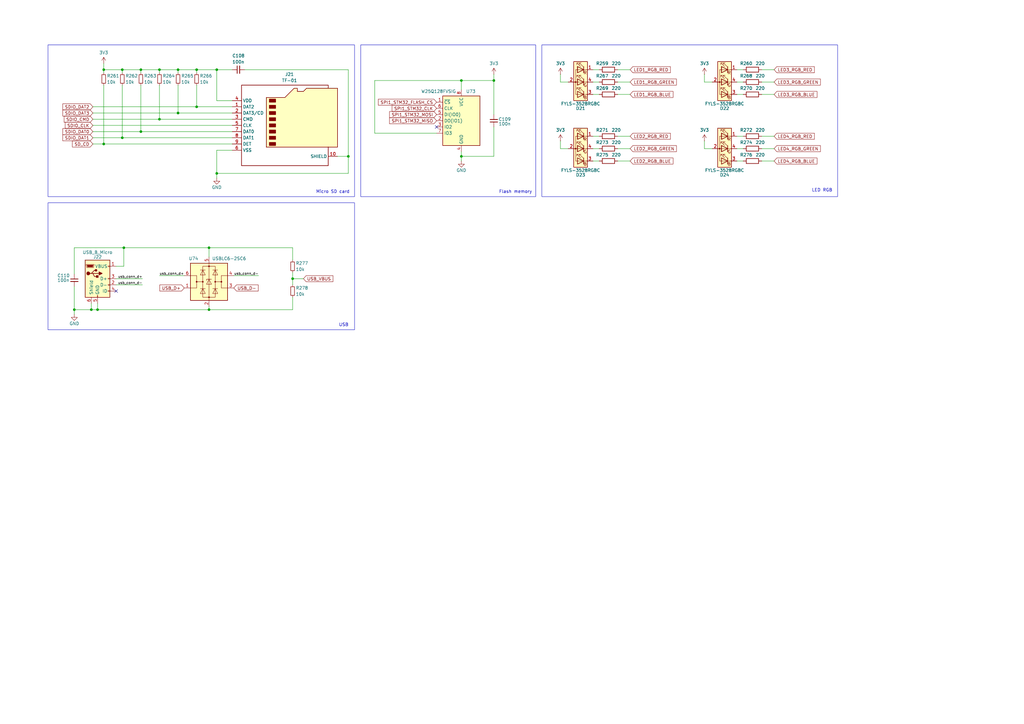
<source format=kicad_sch>
(kicad_sch (version 20231120) (generator "eeschema") (generator_version "8.0")
  (paper "A3")
  (lib_symbols
    (symbol "Connector:Micro_SD_Card_Det1"
      (property "Reference" "J1" (at 0.635 20.32 0))
      (property "Value" "Micro_SD_Card_Con" (at 0.635 17.78 0))
      (symbol "Micro_SD_Card_Det1_0_1"
        (rectangle (start -7.62 -6.985) (end -5.08 -8.255) (stroke (width 0.254)) (fill (type outline)))
        (rectangle (start -7.62 -4.445) (end -5.08 -5.715) (stroke (width 0.254)) (fill (type outline)))
        (rectangle (start -7.62 -1.905) (end -5.08 -3.175) (stroke (width 0.254)) (fill (type outline)))
        (rectangle (start -7.62 0.635) (end -5.08 -0.635) (stroke (width 0.254)) (fill (type outline)))
        (rectangle (start -7.62 3.175) (end -5.08 1.905) (stroke (width 0.254)) (fill (type outline)))
        (rectangle (start -7.62 5.715) (end -5.08 4.445) (stroke (width 0.254)) (fill (type outline)))
        (rectangle (start -7.62 8.255) (end -5.08 6.985) (stroke (width 0.254)) (fill (type outline)))
        (rectangle (start -7.62 10.795) (end -5.08 9.525) (stroke (width 0.254)) (fill (type outline)))
        (polyline (pts (xy 16.51 15.24) (xy 16.51 16.51) (xy -19.05 16.51) (xy -19.05 -16.51) (xy 16.51 -16.51) (xy 16.51 -8.89)) (stroke (width 0.254)))
        (polyline (pts (xy -8.89 -8.89) (xy -8.89 11.43) (xy -1.27 11.43) (xy 2.54 15.24) (xy 3.81 15.24) (xy 3.81 13.97) (xy 6.35 13.97) (xy 7.62 15.24) (xy 20.32 15.24) (xy 20.32 -8.89) (xy -8.89 -8.89)) (stroke (width 0.254)) (fill (type background)))
      )
      (symbol "Micro_SD_Card_Det1_1_1"
        (pin bidirectional line (at -22.86 7.62 0) (length 3.81) (name "DAT2") (number "1"))
        (pin passive line (at 20.32 -12.7 180) (length 3.81) (name "SHIELD") (number "10"))
        (pin bidirectional line (at -22.86 5.08 0) (length 3.81) (name "DAT3/CD") (number "2"))
        (pin input line (at -22.86 2.54 0) (length 3.81) (name "CMD") (number "3"))
        (pin power_in line (at -22.86 10.16 0) (length 3.81) (name "VDD") (number "4"))
        (pin input line (at -22.86 0 0) (length 3.81) (name "CLK") (number "5"))
        (pin power_in line (at -22.86 -10.16 0) (length 3.81) (name "VSS") (number "6"))
        (pin bidirectional line (at -22.86 -2.54 0) (length 3.81) (name "DAT0") (number "7"))
        (pin bidirectional line (at -22.86 -5.08 0) (length 3.81) (name "DAT1") (number "8"))
        (pin passive line (at -22.86 -7.62 0) (length 3.81) (name "DET") (number "9"))
      )
    )
    (symbol "Connector:USB_B_Micro" (pin_names (offset 1.016))
      (property "Reference" "J" (at -5.08 11.43 0))
      (property "Value" "USB_B_Micro" (at -5.08 8.89 0))
      (symbol "USB_B_Micro_0_1"
        (rectangle (start -5.08 -7.62) (end 5.08 7.62) (stroke (width 0.254)) (fill (type background)))
        (circle (center -3.81 2.159) (radius 0.635) (stroke (width 0.254)) (fill (type outline)))
        (circle (center -0.635 3.429) (radius 0.381) (stroke (width 0.254)) (fill (type outline)))
        (rectangle (start -0.127 -7.62) (end 0.127 -6.858))
        (polyline (pts (xy -1.905 2.159) (xy 0.635 2.159)) (stroke (width 0.254)))
        (polyline (pts (xy -3.175 2.159) (xy -2.54 2.159) (xy -1.27 3.429) (xy -0.635 3.429)) (stroke (width 0.254)))
        (polyline (pts (xy -2.54 2.159) (xy -1.905 2.159) (xy -1.27 0.889) (xy 0 0.889)) (stroke (width 0.254)))
        (polyline (pts (xy 0.635 2.794) (xy 0.635 1.524) (xy 1.905 2.159) (xy 0.635 2.794)) (stroke (width 0.254)) (fill (type outline)))
        (polyline (pts (xy -4.318 5.588) (xy -1.778 5.588) (xy -2.032 4.826) (xy -4.064 4.826) (xy -4.318 5.588)) (fill (type outline)))
        (polyline (pts (xy -4.699 5.842) (xy -4.699 5.588) (xy -4.445 4.826) (xy -4.445 4.572) (xy -1.651 4.572) (xy -1.651 4.826) (xy -1.397 5.588) (xy -1.397 5.842) (xy -4.699 5.842)))
        (rectangle (start 0.254 1.27) (end -0.508 0.508) (stroke (width 0.254)) (fill (type outline)))
        (rectangle (start 5.08 -5.207) (end 4.318 -4.953))
        (rectangle (start 5.08 -2.667) (end 4.318 -2.413))
        (rectangle (start 5.08 -0.127) (end 4.318 0.127))
        (rectangle (start 5.08 4.953) (end 4.318 5.207))
      )
      (symbol "USB_B_Micro_1_1"
        (pin power_out line (at 7.62 5.08 180) (length 2.54) (name "VBUS") (number "1"))
        (pin bidirectional line (at 7.62 -2.54 180) (length 2.54) (name "D-") (number "2"))
        (pin bidirectional line (at 7.62 0 180) (length 2.54) (name "D+") (number "3"))
        (pin passive line (at 7.62 -5.08 180) (length 2.54) (name "ID") (number "4"))
        (pin power_out line (at 0 -10.16 90) (length 2.54) (name "GND") (number "5"))
        (pin passive line (at -2.54 -10.16 90) (length 2.54) (name "Shield") (number "6"))
      )
    )
    (symbol "Device:C_Small" (pin_numbers hide) (pin_names (offset 0.254) hide)
      (property "Reference" "C" (at 0.254 1.778 0))
      (property "Value" "C_Small" (at 0.254 -2.032 0))
      (symbol "C_Small_0_1"
        (polyline (pts (xy -1.524 -0.508) (xy 1.524 -0.508)) (stroke (width 0.3302)))
        (polyline (pts (xy -1.524 0.508) (xy 1.524 0.508)) (stroke (width 0.3048)))
      )
      (symbol "C_Small_1_1"
        (pin passive line (at 0 2.54 270) (length 2.032) (name "~") (number "1"))
        (pin passive line (at 0 -2.54 90) (length 2.032) (name "~") (number "2"))
      )
    )
    (symbol "Device:LED_RGBA" (pin_names (offset 0) hide)
      (property "Reference" "D1" (at 0 -10.795 0))
      (property "Value" "LED_RGBA" (at 0 -8.89 0))
      (symbol "LED_RGBA_0_0"
        (text "B" (at -1.905 -6.35 0) (effects (font (size 1.27 1.27))))
        (text "G" (at -1.905 -1.27 0) (effects (font (size 1.27 1.27))))
        (text "R" (at -1.905 3.81 0) (effects (font (size 1.27 1.27))))
      )
      (symbol "LED_RGBA_0_1"
        (polyline (pts (xy -1.27 -5.08) (xy -2.54 -5.08)))
        (polyline (pts (xy -1.27 -5.08) (xy 1.27 -5.08)))
        (polyline (pts (xy -1.27 -3.81) (xy -1.27 -6.35)) (stroke (width 0.254)))
        (polyline (pts (xy -1.27 0) (xy -2.54 0)))
        (polyline (pts (xy -1.27 1.27) (xy -1.27 -1.27)) (stroke (width 0.254)))
        (polyline (pts (xy -1.27 5.08) (xy -2.54 5.08)))
        (polyline (pts (xy -1.27 5.08) (xy 1.27 5.08)))
        (polyline (pts (xy -1.27 6.35) (xy -1.27 3.81)) (stroke (width 0.254)))
        (polyline (pts (xy 1.27 0) (xy -1.27 0)))
        (polyline (pts (xy 1.27 0) (xy 2.54 0)))
        (polyline (pts (xy -1.27 1.27) (xy -1.27 -1.27) (xy -1.27 -1.27)))
        (polyline (pts (xy -1.27 6.35) (xy -1.27 3.81) (xy -1.27 3.81)))
        (polyline (pts (xy 1.27 -5.08) (xy 2.032 -5.08) (xy 2.032 5.08) (xy 1.27 5.08)))
        (polyline (pts (xy 1.27 -3.81) (xy 1.27 -6.35) (xy -1.27 -5.08) (xy 1.27 -3.81)) (stroke (width 0.254)))
        (polyline (pts (xy 1.27 1.27) (xy 1.27 -1.27) (xy -1.27 0) (xy 1.27 1.27)) (stroke (width 0.254)))
        (polyline (pts (xy 1.27 6.35) (xy 1.27 3.81) (xy -1.27 5.08) (xy 1.27 6.35)) (stroke (width 0.254)))
        (polyline (pts (xy -1.016 -3.81) (xy 0.508 -2.286) (xy -0.254 -2.286) (xy 0.508 -2.286) (xy 0.508 -3.048)))
        (polyline (pts (xy -1.016 1.27) (xy 0.508 2.794) (xy -0.254 2.794) (xy 0.508 2.794) (xy 0.508 2.032)))
        (polyline (pts (xy -1.016 6.35) (xy 0.508 7.874) (xy -0.254 7.874) (xy 0.508 7.874) (xy 0.508 7.112)))
        (polyline (pts (xy 0 -3.81) (xy 1.524 -2.286) (xy 0.762 -2.286) (xy 1.524 -2.286) (xy 1.524 -3.048)))
        (polyline (pts (xy 0 1.27) (xy 1.524 2.794) (xy 0.762 2.794) (xy 1.524 2.794) (xy 1.524 2.032)))
        (polyline (pts (xy 0 6.35) (xy 1.524 7.874) (xy 0.762 7.874) (xy 1.524 7.874) (xy 1.524 7.112)))
        (rectangle (start 1.27 -1.27) (end 1.27 1.27))
        (rectangle (start 1.27 1.27) (end 1.27 1.27))
        (rectangle (start 1.27 3.81) (end 1.27 6.35))
        (rectangle (start 1.27 6.35) (end 1.27 6.35))
        (circle (center 2.032 0) (radius 0.254) (fill (type outline)))
        (rectangle (start 2.794 8.382) (end -2.794 -7.62) (stroke (width 0.254)) (fill (type background)))
      )
      (symbol "LED_RGBA_1_1"
        (pin passive line (at -5.08 5.08 0) (length 2.54) (name "RK") (number "1"))
        (pin passive line (at 5.08 0 180) (length 2.54) (name "A") (number "2"))
        (pin passive line (at -5.08 -5.08 0) (length 2.54) (name "BK") (number "3"))
        (pin passive line (at -5.08 0 0) (length 2.54) (name "GK") (number "4"))
      )
    )
    (symbol "Device:R" (pin_numbers hide) (pin_names (offset 0))
      (property "Reference" "R" (at 2.032 0 90))
      (property "Value" "R" (at 0 0 90))
      (symbol "R_0_1"
        (rectangle (start -1.016 -2.54) (end 1.016 2.54) (stroke (width 0.254)))
      )
      (symbol "R_1_1"
        (pin passive line (at 0 3.81 270) (length 1.27) (name "~") (number "1"))
        (pin passive line (at 0 -3.81 90) (length 1.27) (name "~") (number "2"))
      )
    )
    (symbol "Device:R_Small" (pin_numbers hide) (pin_names (offset 0.254) hide)
      (property "Reference" "R" (at 0.762 0.508 0))
      (property "Value" "R_Small" (at 0.762 -1.016 0))
      (symbol "R_Small_0_1"
        (rectangle (start -0.762 1.778) (end 0.762 -1.778) (stroke (width 0.2032)))
      )
      (symbol "R_Small_1_1"
        (pin passive line (at 0 2.54 270) (length 0.762) (name "~") (number "1"))
        (pin passive line (at 0 -2.54 90) (length 0.762) (name "~") (number "2"))
      )
    )
    (symbol "GND_2" (power) (pin_numbers hide) (pin_names (offset 0) hide)
      (property "Value" "GND" (at 0 -3.81 0))
      (symbol "GND_2_0_1"
        (polyline (pts (xy 0 0) (xy 0 -1.27) (xy 1.27 -1.27) (xy 0 -2.54) (xy -1.27 -1.27) (xy 0 -1.27)))
      )
      (symbol "GND_2_1_1"
        (pin power_in line (at 0 0 270) (length 0) (name "~") (number "1"))
      )
    )
    (symbol "LED_RGBA_1" (pin_names (offset 0) hide)
      (property "Reference" "D8" (at 0 -10.795 0))
      (property "Value" "LED_RGBA" (at 0 -8.89 0))
      (symbol "LED_RGBA_1_0_0"
        (text "B" (at -1.905 -6.35 0) (effects (font (size 1.27 1.27))))
        (text "G" (at -1.905 -1.27 0) (effects (font (size 1.27 1.27))))
        (text "R" (at -1.905 3.81 0) (effects (font (size 1.27 1.27))))
      )
      (symbol "LED_RGBA_1_0_1"
        (polyline (pts (xy -1.27 -5.08) (xy -2.54 -5.08)))
        (polyline (pts (xy -1.27 -5.08) (xy 1.27 -5.08)))
        (polyline (pts (xy -1.27 -3.81) (xy -1.27 -6.35)) (stroke (width 0.254)))
        (polyline (pts (xy -1.27 0) (xy -2.54 0)))
        (polyline (pts (xy -1.27 1.27) (xy -1.27 -1.27)) (stroke (width 0.254)))
        (polyline (pts (xy -1.27 5.08) (xy -2.54 5.08)))
        (polyline (pts (xy -1.27 5.08) (xy 1.27 5.08)))
        (polyline (pts (xy -1.27 6.35) (xy -1.27 3.81)) (stroke (width 0.254)))
        (polyline (pts (xy 1.27 0) (xy -1.27 0)))
        (polyline (pts (xy 1.27 0) (xy 2.54 0)))
        (polyline (pts (xy -1.27 1.27) (xy -1.27 -1.27) (xy -1.27 -1.27)))
        (polyline (pts (xy -1.27 6.35) (xy -1.27 3.81) (xy -1.27 3.81)))
        (polyline (pts (xy 1.27 -5.08) (xy 2.032 -5.08) (xy 2.032 5.08) (xy 1.27 5.08)))
        (polyline (pts (xy 1.27 -3.81) (xy 1.27 -6.35) (xy -1.27 -5.08) (xy 1.27 -3.81)) (stroke (width 0.254)))
        (polyline (pts (xy 1.27 1.27) (xy 1.27 -1.27) (xy -1.27 0) (xy 1.27 1.27)) (stroke (width 0.254)))
        (polyline (pts (xy 1.27 6.35) (xy 1.27 3.81) (xy -1.27 5.08) (xy 1.27 6.35)) (stroke (width 0.254)))
        (polyline (pts (xy -1.016 -3.81) (xy 0.508 -2.286) (xy -0.254 -2.286) (xy 0.508 -2.286) (xy 0.508 -3.048)))
        (polyline (pts (xy -1.016 1.27) (xy 0.508 2.794) (xy -0.254 2.794) (xy 0.508 2.794) (xy 0.508 2.032)))
        (polyline (pts (xy -1.016 6.35) (xy 0.508 7.874) (xy -0.254 7.874) (xy 0.508 7.874) (xy 0.508 7.112)))
        (polyline (pts (xy 0 -3.81) (xy 1.524 -2.286) (xy 0.762 -2.286) (xy 1.524 -2.286) (xy 1.524 -3.048)))
        (polyline (pts (xy 0 1.27) (xy 1.524 2.794) (xy 0.762 2.794) (xy 1.524 2.794) (xy 1.524 2.032)))
        (polyline (pts (xy 0 6.35) (xy 1.524 7.874) (xy 0.762 7.874) (xy 1.524 7.874) (xy 1.524 7.112)))
        (rectangle (start 1.27 -1.27) (end 1.27 1.27))
        (rectangle (start 1.27 1.27) (end 1.27 1.27))
        (rectangle (start 1.27 3.81) (end 1.27 6.35))
        (rectangle (start 1.27 6.35) (end 1.27 6.35))
        (circle (center 2.032 0) (radius 0.254) (fill (type outline)))
        (rectangle (start 2.794 8.382) (end -2.794 -7.62) (stroke (width 0.254)) (fill (type background)))
      )
      (symbol "LED_RGBA_1_1_1"
        (pin passive line (at -5.08 5.08 0) (length 2.54) (name "RK") (number "1"))
        (pin passive line (at 5.08 0 180) (length 2.54) (name "A") (number "2"))
        (pin passive line (at -5.08 -5.08 0) (length 2.54) (name "BK") (number "3"))
        (pin passive line (at -5.08 0 0) (length 2.54) (name "GK") (number "4"))
      )
    )
    (symbol "Memory_Flash:W25Q32JVSS"
      (property "Reference" "U" (at -6.35 11.43 0))
      (property "Value" "W25Q32JVSS" (at 7.62 11.43 0))
      (symbol "W25Q32JVSS_0_1"
        (rectangle (start -7.62 10.16) (end 7.62 -10.16) (stroke (width 0.254)) (fill (type background)))
      )
      (symbol "W25Q32JVSS_1_1"
        (pin input line (at -10.16 7.62 0) (length 2.54) (name "~{CS}") (number "1"))
        (pin bidirectional line (at -10.16 0 0) (length 2.54) (name "DO(IO1)") (number "2"))
        (pin bidirectional line (at -10.16 -2.54 0) (length 2.54) (name "IO2") (number "3"))
        (pin power_in line (at 0 -12.7 90) (length 2.54) (name "GND") (number "4"))
        (pin bidirectional line (at -10.16 2.54 0) (length 2.54) (name "DI(IO0)") (number "5"))
        (pin input line (at -10.16 5.08 0) (length 2.54) (name "CLK") (number "6"))
        (pin bidirectional line (at -10.16 -5.08 0) (length 2.54) (name "IO3") (number "7"))
        (pin power_in line (at 0 12.7 270) (length 2.54) (name "VCC") (number "8"))
      )
    )
    (symbol "Power_Protection:USBLC6-2SC6" (pin_names hide)
      (property "Reference" "U" (at 2.54 8.89 0))
      (property "Value" "USBLC6-2SC6" (at 2.54 -8.89 0))
      (symbol "USBLC6-2SC6_0_1"
        (rectangle (start -7.62 -7.62) (end 7.62 7.62) (stroke (width 0.254)) (fill (type background)))
        (circle (center -5.08 0) (radius 0.254) (fill (type outline)))
        (circle (center -2.54 0) (radius 0.254) (fill (type outline)))
        (rectangle (start -2.54 6.35) (end 2.54 -6.35))
        (circle (center 0 -6.35) (radius 0.254) (fill (type outline)))
        (polyline (pts (xy -5.08 -2.54) (xy -7.62 -2.54)))
        (polyline (pts (xy -5.08 0) (xy -5.08 -2.54)))
        (polyline (pts (xy -5.08 2.54) (xy -7.62 2.54)))
        (polyline (pts (xy -1.524 -2.794) (xy -3.556 -2.794)))
        (polyline (pts (xy -1.524 4.826) (xy -3.556 4.826)))
        (polyline (pts (xy 0 -7.62) (xy 0 -6.35)))
        (polyline (pts (xy 0 -6.35) (xy 0 1.27)))
        (polyline (pts (xy 0 1.27) (xy 0 6.35)))
        (polyline (pts (xy 0 6.35) (xy 0 7.62)))
        (polyline (pts (xy 1.524 -2.794) (xy 3.556 -2.794)))
        (polyline (pts (xy 1.524 4.826) (xy 3.556 4.826)))
        (polyline (pts (xy 5.08 -2.54) (xy 7.62 -2.54)))
        (polyline (pts (xy 5.08 0) (xy 5.08 -2.54)))
        (polyline (pts (xy 5.08 2.54) (xy 7.62 2.54)))
        (polyline (pts (xy -2.54 0) (xy -5.08 0) (xy -5.08 2.54)))
        (polyline (pts (xy 2.54 0) (xy 5.08 0) (xy 5.08 2.54)))
        (polyline (pts (xy -3.556 -4.826) (xy -1.524 -4.826) (xy -2.54 -2.794) (xy -3.556 -4.826)))
        (polyline (pts (xy -3.556 2.794) (xy -1.524 2.794) (xy -2.54 4.826) (xy -3.556 2.794)))
        (polyline (pts (xy -1.016 -1.016) (xy 1.016 -1.016) (xy 0 1.016) (xy -1.016 -1.016)))
        (polyline (pts (xy 1.016 1.016) (xy 0.762 1.016) (xy -1.016 1.016) (xy -1.016 0.508)))
        (polyline (pts (xy 3.556 -4.826) (xy 1.524 -4.826) (xy 2.54 -2.794) (xy 3.556 -4.826)))
        (polyline (pts (xy 3.556 2.794) (xy 1.524 2.794) (xy 2.54 4.826) (xy 3.556 2.794)))
        (circle (center 0 6.35) (radius 0.254) (fill (type outline)))
        (circle (center 2.54 0) (radius 0.254) (fill (type outline)))
        (circle (center 5.08 0) (radius 0.254) (fill (type outline)))
      )
      (symbol "USBLC6-2SC6_1_1"
        (pin passive line (at -10.16 -2.54 0) (length 2.54) (name "I/O1") (number "1"))
        (pin passive line (at 0 -10.16 90) (length 2.54) (name "GND") (number "2"))
        (pin passive line (at 10.16 -2.54 180) (length 2.54) (name "I/O2") (number "3"))
        (pin passive line (at 10.16 2.54 180) (length 2.54) (name "I/O2") (number "4"))
        (pin passive line (at 0 10.16 270) (length 2.54) (name "VBUS") (number "5"))
        (pin passive line (at -10.16 2.54 0) (length 2.54) (name "I/O1") (number "6"))
      )
    )
    (symbol "power:+5V" (power) (pin_numbers hide) (pin_names (offset 0) hide)
      (property "Value" "+5V" (at 0 3.556 0))
      (symbol "+5V_0_1"
        (polyline (pts (xy -0.762 1.27) (xy 0 2.54)))
        (polyline (pts (xy 0 0) (xy 0 2.54)))
        (polyline (pts (xy 0 2.54) (xy 0.762 1.27)))
      )
      (symbol "+5V_1_1"
        (pin power_in line (at 0 0 90) (length 0) (name "~") (number "1"))
      )
    )
    (symbol "power:GND" (power) (pin_numbers hide) (pin_names (offset 0) hide)
      (property "Value" "GND" (at 0 -3.81 0))
      (symbol "GND_0_1"
        (polyline (pts (xy 0 0) (xy 0 -1.27) (xy 1.27 -1.27) (xy 0 -2.54) (xy -1.27 -1.27) (xy 0 -1.27)))
      )
      (symbol "GND_1_1"
        (pin power_in line (at 0 0 270) (length 0) (name "~") (number "1"))
      )
    )
  )
  (junction (at 57.785 28.575))
  (junction (at 37.465 127))
  (junction (at 50.8 101.6))
  (junction (at 42.545 28.575))
  (junction (at 80.645 43.815))
  (junction (at 120.015 114.3))
  (junction (at 189.23 33.02))
  (junction (at 73.025 28.575))
  (junction (at 85.725 127))
  (junction (at 88.9 71.12))
  (junction (at 57.785 53.975))
  (junction (at 50.165 28.575))
  (junction (at 202.565 33.02))
  (junction (at 142.875 64.135))
  (junction (at 42.545 59.055))
  (junction (at 80.645 28.575))
  (junction (at 50.165 56.515))
  (junction (at 30.48 127))
  (junction (at 65.405 48.895))
  (junction (at 40.005 127))
  (junction (at 88.9 28.575))
  (junction (at 85.725 101.6))
  (junction (at 189.23 64.135))
  (junction (at 65.405 28.575))
  (junction (at 73.025 46.355))
  (no_connect (at 179.07 52.07))
  (no_connect (at 47.625 119.38))
  (wire (pts (xy 312.42 33.655) (xy 317.5 33.655)))
  (wire (pts (xy 229.87 60.96) (xy 233.045 60.96)))
  (wire (pts (xy 312.42 66.04) (xy 317.5 66.04)))
  (wire (pts (xy 80.645 43.815) (xy 95.25 43.815)))
  (wire (pts (xy 120.015 127) (xy 85.725 127)))
  (wire (pts (xy 38.1 53.975) (xy 57.785 53.975)))
  (wire (pts (xy 253.365 38.735) (xy 258.445 38.735)))
  (wire (pts (xy 153.67 33.02) (xy 153.67 54.61)))
  (wire (pts (xy 73.025 28.575) (xy 73.025 29.845)))
  (wire (pts (xy 95.25 61.595) (xy 88.9 61.595)))
  (wire (pts (xy 73.025 34.925) (xy 73.025 46.355)))
  (wire (pts (xy 42.545 26.035) (xy 42.545 28.575)))
  (wire (pts (xy 302.26 38.735) (xy 304.8 38.735)))
  (wire (pts (xy 50.165 34.925) (xy 50.165 56.515)))
  (wire (pts (xy 202.565 52.07) (xy 202.565 64.135)))
  (wire (pts (xy 38.1 59.055) (xy 42.545 59.055)))
  (wire (pts (xy 88.9 61.595) (xy 88.9 71.12)))
  (wire (pts (xy 30.48 127) (xy 37.465 127)))
  (wire (pts (xy 80.645 28.575) (xy 80.645 29.845)))
  (wire (pts (xy 65.405 113.03) (xy 75.565 113.03)))
  (wire (pts (xy 189.23 62.23) (xy 189.23 64.135)))
  (wire (pts (xy 88.9 71.12) (xy 88.9 73.025)))
  (wire (pts (xy 288.925 60.96) (xy 292.1 60.96)))
  (wire (pts (xy 253.365 66.04) (xy 258.445 66.04)))
  (wire (pts (xy 37.465 124.46) (xy 37.465 127)))
  (wire (pts (xy 189.23 64.135) (xy 189.23 66.04)))
  (wire (pts (xy 88.9 28.575) (xy 88.9 41.275)))
  (wire (pts (xy 312.42 55.88) (xy 317.5 55.88)))
  (wire (pts (xy 120.015 114.3) (xy 124.46 114.3)))
  (wire (pts (xy 42.545 59.055) (xy 95.25 59.055)))
  (wire (pts (xy 229.87 33.655) (xy 233.045 33.655)))
  (wire (pts (xy 106.045 113.03) (xy 95.885 113.03)))
  (wire (pts (xy 120.015 101.6) (xy 85.725 101.6)))
  (wire (pts (xy 38.1 46.355) (xy 73.025 46.355)))
  (wire (pts (xy 65.405 28.575) (xy 65.405 29.845)))
  (wire (pts (xy 88.9 28.575) (xy 80.645 28.575)))
  (wire (pts (xy 50.165 56.515) (xy 95.25 56.515)))
  (wire (pts (xy 30.48 101.6) (xy 50.8 101.6)))
  (wire (pts (xy 243.205 38.735) (xy 245.745 38.735)))
  (wire (pts (xy 302.26 55.88) (xy 304.8 55.88)))
  (wire (pts (xy 47.625 114.3) (xy 58.42 114.3)))
  (wire (pts (xy 153.67 33.02) (xy 189.23 33.02)))
  (wire (pts (xy 38.1 56.515) (xy 50.165 56.515)))
  (wire (pts (xy 312.42 60.96) (xy 317.5 60.96)))
  (wire (pts (xy 50.165 28.575) (xy 50.165 29.845)))
  (wire (pts (xy 189.23 64.135) (xy 202.565 64.135)))
  (wire (pts (xy 38.1 48.895) (xy 65.405 48.895)))
  (wire (pts (xy 243.205 60.96) (xy 245.745 60.96)))
  (wire (pts (xy 312.42 38.735) (xy 317.5 38.735)))
  (wire (pts (xy 85.725 125.73) (xy 85.725 127)))
  (wire (pts (xy 88.9 28.575) (xy 95.25 28.575)))
  (wire (pts (xy 142.875 71.12) (xy 142.875 64.135)))
  (wire (pts (xy 202.565 30.48) (xy 202.565 33.02)))
  (wire (pts (xy 40.005 127) (xy 85.725 127)))
  (wire (pts (xy 288.925 33.655) (xy 288.925 30.48)))
  (wire (pts (xy 253.365 60.96) (xy 258.445 60.96)))
  (wire (pts (xy 189.23 33.02) (xy 202.565 33.02)))
  (wire (pts (xy 73.025 28.575) (xy 65.405 28.575)))
  (wire (pts (xy 202.565 33.02) (xy 202.565 46.99)))
  (wire (pts (xy 243.205 66.04) (xy 245.745 66.04)))
  (wire (pts (xy 100.33 28.575) (xy 142.875 28.575)))
  (wire (pts (xy 120.015 121.92) (xy 120.015 127)))
  (wire (pts (xy 57.785 28.575) (xy 57.785 29.845)))
  (wire (pts (xy 73.025 46.355) (xy 95.25 46.355)))
  (wire (pts (xy 189.23 33.02) (xy 189.23 36.83)))
  (wire (pts (xy 243.205 28.575) (xy 245.745 28.575)))
  (wire (pts (xy 57.785 28.575) (xy 50.165 28.575)))
  (wire (pts (xy 288.925 60.96) (xy 288.925 57.785)))
  (wire (pts (xy 243.205 33.655) (xy 245.745 33.655)))
  (wire (pts (xy 50.8 101.6) (xy 50.8 109.22)))
  (wire (pts (xy 47.625 116.84) (xy 58.42 116.84)))
  (wire (pts (xy 30.48 101.6) (xy 30.48 112.395)))
  (wire (pts (xy 243.205 55.88) (xy 245.745 55.88)))
  (wire (pts (xy 38.1 51.435) (xy 95.25 51.435)))
  (wire (pts (xy 37.465 127) (xy 40.005 127)))
  (wire (pts (xy 142.875 28.575) (xy 142.875 64.135)))
  (wire (pts (xy 229.87 33.655) (xy 229.87 30.48)))
  (wire (pts (xy 179.07 54.61) (xy 153.67 54.61)))
  (wire (pts (xy 47.625 109.22) (xy 50.8 109.22)))
  (wire (pts (xy 253.365 28.575) (xy 258.445 28.575)))
  (wire (pts (xy 80.645 28.575) (xy 73.025 28.575)))
  (wire (pts (xy 65.405 48.895) (xy 95.25 48.895)))
  (wire (pts (xy 80.645 34.925) (xy 80.645 43.815)))
  (wire (pts (xy 38.1 43.815) (xy 80.645 43.815)))
  (wire (pts (xy 85.725 101.6) (xy 85.725 105.41)))
  (wire (pts (xy 65.405 34.925) (xy 65.405 48.895)))
  (wire (pts (xy 120.015 111.76) (xy 120.015 114.3)))
  (wire (pts (xy 57.785 53.975) (xy 95.25 53.975)))
  (wire (pts (xy 65.405 28.575) (xy 57.785 28.575)))
  (wire (pts (xy 42.545 28.575) (xy 42.545 29.845)))
  (wire (pts (xy 312.42 28.575) (xy 317.5 28.575)))
  (wire (pts (xy 253.365 55.88) (xy 258.445 55.88)))
  (wire (pts (xy 42.545 34.925) (xy 42.545 59.055)))
  (wire (pts (xy 57.785 34.925) (xy 57.785 53.975)))
  (wire (pts (xy 229.87 60.96) (xy 229.87 57.785)))
  (wire (pts (xy 253.365 33.655) (xy 258.445 33.655)))
  (wire (pts (xy 50.8 101.6) (xy 85.725 101.6)))
  (wire (pts (xy 142.875 64.135) (xy 138.43 64.135)))
  (wire (pts (xy 50.165 28.575) (xy 42.545 28.575)))
  (wire (pts (xy 302.26 28.575) (xy 304.8 28.575)))
  (wire (pts (xy 88.9 41.275) (xy 95.25 41.275)))
  (wire (pts (xy 302.26 66.04) (xy 304.8 66.04)))
  (wire (pts (xy 120.015 101.6) (xy 120.015 106.68)))
  (wire (pts (xy 302.26 60.96) (xy 304.8 60.96)))
  (wire (pts (xy 302.26 33.655) (xy 304.8 33.655)))
  (wire (pts (xy 88.9 71.12) (xy 142.875 71.12)))
  (wire (pts (xy 30.48 117.475) (xy 30.48 127)))
  (wire (pts (xy 40.005 124.46) (xy 40.005 127)))
  (wire (pts (xy 288.925 33.655) (xy 292.1 33.655)))
  (wire (pts (xy 120.015 114.3) (xy 120.015 116.84)))
  (wire (pts (xy 30.48 127) (xy 30.48 128.905)))
  (rectangle (start 19.685 83.185) (end 145.415 135.255))
  (rectangle (start 147.955 18.415) (end 219.71 80.645))
  (rectangle (start 222.25 18.415) (end 343.535 80.645))
  (rectangle (start 19.685 18.415) (end 145.415 80.645))
  (text "Micro SD card" (at 136.525 78.74 0) (effects (font (size 1.27 1.27))))
  (text "LED RGB" (at 337.185 78.105 0) (effects (font (size 1.27 1.27))))
  (text "USB" (at 140.97 133.35 0) (effects (font (size 1.27 1.27))))
  (text "Flash memory" (at 211.455 78.74 0) (effects (font (size 1.27 1.27))))
  (label "usb_conn_d+" (at 65.405 113.03 0) (effects (font (size 1 1))))
  (label "usb_conn_d-" (at 106.045 113.03 180) (effects (font (size 1 1))))
  (label "usb_conn_d-" (at 58.42 116.84 180) (effects (font (size 1 1))))
  (label "usb_conn_d+" (at 58.42 114.3 180) (effects (font (size 1 1))))
  (global_label "SPI1_STM32_CLK" (shape input) (at 179.07 44.45 180) (property "Intersheetrefs" "${INTERSHEET_REFS}" (effects (hide yes))))
  (global_label "LED2_RGB_GREEN" (shape input) (at 258.445 60.96 0) (property "Intersheetrefs" "${INTERSHEET_REFS}" (effects (hide yes))))
  (global_label "LED2_RGB_BLUE" (shape input) (at 258.445 66.04 0) (property "Intersheetrefs" "${INTERSHEET_REFS}" (effects (hide yes))))
  (global_label "LED1_RGB_GREEN" (shape input) (at 258.445 33.655 0) (property "Intersheetrefs" "${INTERSHEET_REFS}" (effects (hide yes))))
  (global_label "LED1_RGB_BLUE" (shape input) (at 258.445 38.735 0) (property "Intersheetrefs" "${INTERSHEET_REFS}" (effects (hide yes))))
  (global_label "SD_CD" (shape input) (at 38.1 59.055 180) (property "Intersheetrefs" "${INTERSHEET_REFS}" (effects (hide yes))))
  (global_label "LED4_RGB_RED" (shape input) (at 317.5 55.88 0) (property "Intersheetrefs" "${INTERSHEET_REFS}" (effects (hide yes))))
  (global_label "LED3_RGB_BLUE" (shape input) (at 317.5 38.735 0) (property "Intersheetrefs" "${INTERSHEET_REFS}" (effects (hide yes))))
  (global_label "LED3_RGB_GREEN" (shape input) (at 317.5 33.655 0) (property "Intersheetrefs" "${INTERSHEET_REFS}" (effects (hide yes))))
  (global_label "SDIO_DAT0" (shape input) (at 38.1 53.975 180) (property "Intersheetrefs" "${INTERSHEET_REFS}" (effects (hide yes))))
  (global_label "USB_VBUS" (shape input) (at 124.46 114.3 0) (property "Intersheetrefs" "${INTERSHEET_REFS}" (effects (hide yes))))
  (global_label "LED4_RGB_GREEN" (shape input) (at 317.5 60.96 0) (property "Intersheetrefs" "${INTERSHEET_REFS}" (effects (hide yes))))
  (global_label "SDIO_DAT2" (shape input) (at 38.1 43.815 180) (property "Intersheetrefs" "${INTERSHEET_REFS}" (effects (hide yes))))
  (global_label "SPI1_STM32_FLASH_CS" (shape input) (at 179.07 41.91 180) (property "Intersheetrefs" "${INTERSHEET_REFS}" (effects (hide yes))))
  (global_label "SDIO_CMD" (shape input) (at 38.1 48.895 180) (property "Intersheetrefs" "${INTERSHEET_REFS}" (effects (hide yes))))
  (global_label "SPI1_STM32_MOSI" (shape input) (at 179.07 46.99 180) (property "Intersheetrefs" "${INTERSHEET_REFS}" (effects (hide yes))))
  (global_label "SDIO_DAT3" (shape input) (at 38.1 46.355 180) (property "Intersheetrefs" "${INTERSHEET_REFS}" (effects (hide yes))))
  (global_label "LED3_RGB_RED" (shape input) (at 317.5 28.575 0) (property "Intersheetrefs" "${INTERSHEET_REFS}" (effects (hide yes))))
  (global_label "LED2_RGB_RED" (shape input) (at 258.445 55.88 0) (property "Intersheetrefs" "${INTERSHEET_REFS}" (effects (hide yes))))
  (global_label "USB_D-" (shape input) (at 95.885 118.11 0) (property "Intersheetrefs" "${INTERSHEET_REFS}" (effects (hide yes))))
  (global_label "SPI1_STM32_MISO" (shape input) (at 179.07 49.53 180) (property "Intersheetrefs" "${INTERSHEET_REFS}" (effects (hide yes))))
  (global_label "LED4_RGB_BLUE" (shape input) (at 317.5 66.04 0) (property "Intersheetrefs" "${INTERSHEET_REFS}" (effects (hide yes))))
  (global_label "USB_D+" (shape input) (at 75.565 118.11 180) (property "Intersheetrefs" "${INTERSHEET_REFS}" (effects (hide yes))))
  (global_label "LED1_RGB_RED" (shape input) (at 258.445 28.575 0) (property "Intersheetrefs" "${INTERSHEET_REFS}" (effects (hide yes))))
  (global_label "SDIO_DAT1" (shape input) (at 38.1 56.515 180) (property "Intersheetrefs" "${INTERSHEET_REFS}" (effects (hide yes))))
  (global_label "SDIO_CLK" (shape input) (at 38.1 51.435 180) (property "Intersheetrefs" "${INTERSHEET_REFS}" (effects (hide yes))))
  (symbol (lib_id "Device:R") (at 249.555 38.735 90) (unit 1)
    (property "Reference" "R269" (at 247.015 36.195 90))
    (property "Value" "220" (at 252.73 36.195 90))
    (property "Description" "Resistor" (effects (hide yes)))
    (property "Мин. кол-во" "100" (effects (hide yes)))
    (property "Ссылка" "https://www.promelec.ru/product/46446/" (effects (hide yes)))
    (property "Цена" "1" (effects (hide yes)))
    (property "Человекопонятное название" "Толстопленочный ЧИП-резистор 0603 220Ом" (effects (hide yes)))
  )
  (symbol (lib_id "Device:R") (at 249.555 55.88 90) (unit 1)
    (property "Reference" "R271" (at 247.015 53.34 90))
    (property "Value" "220" (at 252.73 53.34 90))
    (property "Description" "Resistor" (effects (hide yes)))
    (property "Мин. кол-во" "100" (effects (hide yes)))
    (property "Ссылка" "https://www.promelec.ru/product/46446/" (effects (hide yes)))
    (property "Цена" "1" (effects (hide yes)))
    (property "Человекопонятное название" "Толстопленочный ЧИП-резистор 0603 220Ом" (effects (hide yes)))
  )
  (symbol (lib_id "Device:R") (at 249.555 60.96 90) (unit 1)
    (property "Reference" "R273" (at 247.015 58.42 90))
    (property "Value" "220" (at 252.73 58.42 90))
    (property "Description" "Resistor" (effects (hide yes)))
    (property "Мин. кол-во" "100" (effects (hide yes)))
    (property "Ссылка" "https://www.promelec.ru/product/46446/" (effects (hide yes)))
    (property "Цена" "1" (effects (hide yes)))
    (property "Человекопонятное название" "Толстопленочный ЧИП-резистор 0603 220Ом" (effects (hide yes)))
  )
  (symbol (lib_id "Device:R_Small") (at 57.785 32.385 0) (unit 1)
    (property "Reference" "R263" (at 59.055 31.115 0) (effects (justify left)))
    (property "Value" "10k" (at 59.055 33.655 0) (effects (justify left)))
    (property "Мин. кол-во" "1000" (effects (hide yes)))
    (property "Ссылка" "https://www.promelec.ru/product/344748/" (effects (hide yes)))
    (property "Цена" "1" (effects (hide yes)))
    (property "Человекопонятное название" "Толстопленочный ЧИП-резистор 0603 10кОм" (effects (hide yes)))
  )
  (symbol (lib_id "power:+5V") (at 202.565 30.48 0) (unit 1)
    (property "Reference" "#PWR0234" (effects (hide yes)))
    (property "Value" "3V3" (at 202.565 26.035 0))
    (property "Description" "Power symbol creates a global label with name \"+5V\"" (effects (hide yes)))
  )
  (symbol (lib_id "Device:R") (at 249.555 33.655 90) (unit 1)
    (property "Reference" "R267" (at 247.015 31.115 90))
    (property "Value" "220" (at 252.73 31.115 90))
    (property "Description" "Resistor" (effects (hide yes)))
    (property "Мин. кол-во" "100" (effects (hide yes)))
    (property "Ссылка" "https://www.promelec.ru/product/46446/" (effects (hide yes)))
    (property "Цена" "1" (effects (hide yes)))
    (property "Человекопонятное название" "Толстопленочный ЧИП-резистор 0603 220Ом" (effects (hide yes)))
  )
  (symbol (lib_id "Device:R") (at 308.61 38.735 90) (unit 1)
    (property "Reference" "R270" (at 306.07 36.195 90))
    (property "Value" "220" (at 311.785 36.195 90))
    (property "Description" "Resistor" (effects (hide yes)))
    (property "Мин. кол-во" "100" (effects (hide yes)))
    (property "Ссылка" "https://www.promelec.ru/product/46446/" (effects (hide yes)))
    (property "Цена" "1" (effects (hide yes)))
    (property "Человекопонятное название" "Толстопленочный ЧИП-резистор 0603 220Ом" (effects (hide yes)))
  )
  (symbol (lib_id "Device:R") (at 308.61 60.96 90) (unit 1)
    (property "Reference" "R274" (at 306.07 58.42 90))
    (property "Value" "220" (at 311.785 58.42 90))
    (property "Description" "Resistor" (effects (hide yes)))
    (property "Мин. кол-во" "100" (effects (hide yes)))
    (property "Ссылка" "https://www.promelec.ru/product/46446/" (effects (hide yes)))
    (property "Цена" "1" (effects (hide yes)))
    (property "Человекопонятное название" "Толстопленочный ЧИП-резистор 0603 220Ом" (effects (hide yes)))
  )
  (symbol (lib_id "Memory_Flash:W25Q32JVSS") (at 189.23 49.53 0) (unit 1)
    (property "Reference" "U73" (at 191.135 37.465 0) (effects (justify left)))
    (property "Value" "W25Q128FVSIG" (at 172.72 37.465 0) (effects (justify left)))
    (property "Datasheet" "http://www.winbond.com/resource-files/w25q32jv%20revg%2003272018%20plus.pdf" (effects (hide yes)))
    (property "Description" "32Mb Serial Flash Memory, Standard/Dual/Quad SPI, SOIC-8" (effects (hide yes)))
    (property "Мин. кол-во" "2" (effects (hide yes)))
    (property "Ссылка" "https://www.promelec.ru/product/342088/" (effects (hide yes)))
    (property "Цена" "127" (effects (hide yes)))
    (property "Человекопонятное название" "Флэш-память" (effects (hide yes)))
  )
  (symbol (lib_id "power:+5V") (at 229.87 30.48 0) (unit 1)
    (property "Reference" "#PWR0235" (effects (hide yes)))
    (property "Value" "3V3" (at 229.87 26.035 0))
    (property "Description" "Power symbol creates a global label with name \"+5V\"" (effects (hide yes)))
  )
  (symbol (lib_id "power:+5V") (at 229.87 57.785 0) (unit 1)
    (property "Reference" "#PWR0237" (effects (hide yes)))
    (property "Value" "3V3" (at 229.87 53.34 0))
    (property "Description" "Power symbol creates a global label with name \"+5V\"" (effects (hide yes)))
  )
  (symbol (lib_id "Device:R") (at 308.61 55.88 90) (unit 1)
    (property "Reference" "R272" (at 306.07 53.34 90))
    (property "Value" "220" (at 311.785 53.34 90))
    (property "Description" "Resistor" (effects (hide yes)))
    (property "Мин. кол-во" "100" (effects (hide yes)))
    (property "Ссылка" "https://www.promelec.ru/product/46446/" (effects (hide yes)))
    (property "Цена" "1" (effects (hide yes)))
    (property "Человекопонятное название" "Толстопленочный ЧИП-резистор 0603 220Ом" (effects (hide yes)))
  )
  (symbol (lib_id "Device:R_Small") (at 73.025 32.385 0) (unit 1)
    (property "Reference" "R265" (at 74.295 31.115 0) (effects (justify left)))
    (property "Value" "10k" (at 74.295 33.655 0) (effects (justify left)))
    (property "Мин. кол-во" "1000" (effects (hide yes)))
    (property "Ссылка" "https://www.promelec.ru/product/344748/" (effects (hide yes)))
    (property "Цена" "1" (effects (hide yes)))
    (property "Человекопонятное название" "Толстопленочный ЧИП-резистор 0603 10кОм" (effects (hide yes)))
  )
  (symbol (lib_id "Device:C_Small") (at 30.48 114.935 0) (unit 1)
    (property "Reference" "C110" (at 23.495 113.03 0) (effects (justify left)))
    (property "Value" "100n" (at 23.495 114.935 0) (effects (justify left)))
    (property "Мин. кол-во" "300" (effects (hide yes)))
    (property "Ссылка" "https://www.promelec.ru/product/323633/" (effects (hide yes)))
    (property "Цена" "2" (effects (hide yes)))
    (property "Человекопонятное название" "Керамический ЧИП-конденсатор 0603 X7R 0.1мкФ" (effects (hide yes)))
  )
  (symbol (lib_id "power:GND") (at 30.48 128.905 0) (unit 1)
    (property "Reference" "#PWR0241" (effects (hide yes)))
    (property "Value" "GND" (at 30.48 132.715 0))
  )
  (symbol (lib_id "Device:R_Small") (at 120.015 119.38 0) (unit 1)
    (property "Reference" "R278" (at 121.285 118.11 0) (effects (justify left)))
    (property "Value" "10k" (at 121.285 120.65 0) (effects (justify left)))
    (property "Мин. кол-во" "1000" (effects (hide yes)))
    (property "Ссылка" "https://www.promelec.ru/product/344748/" (effects (hide yes)))
    (property "Цена" "1" (effects (hide yes)))
    (property "Человекопонятное название" "Толстопленочный ЧИП-резистор 0603 10кОм" (effects (hide yes)))
  )
  (symbol (lib_id "power:+5V") (at 288.925 57.785 0) (unit 1)
    (property "Reference" "#PWR0238" (effects (hide yes)))
    (property "Value" "3V3" (at 288.925 53.34 0))
    (property "Description" "Power symbol creates a global label with name \"+5V\"" (effects (hide yes)))
  )
  (symbol (lib_id "Device:R_Small") (at 50.165 32.385 0) (unit 1)
    (property "Reference" "R262" (at 51.435 31.115 0) (effects (justify left)))
    (property "Value" "10k" (at 51.435 33.655 0) (effects (justify left)))
    (property "Мин. кол-во" "1000" (effects (hide yes)))
    (property "Ссылка" "https://www.promelec.ru/product/344748/" (effects (hide yes)))
    (property "Цена" "1" (effects (hide yes)))
    (property "Человекопонятное название" "Толстопленочный ЧИП-резистор 0603 10кОм" (effects (hide yes)))
  )
  (symbol (lib_id "Device:C_Small") (at 202.565 49.53 180) (unit 1)
    (property "Reference" "C109" (at 207.01 48.895 0))
    (property "Value" "100n" (at 207.01 50.8 0))
    (property "Мин. кол-во" "300" (effects (hide yes)))
    (property "Ссылка" "https://www.promelec.ru/product/323633/" (effects (hide yes)))
    (property "Цена" "2" (effects (hide yes)))
    (property "Человекопонятное название" "Керамический ЧИП-конденсатор 0603 X7R 0.1мкФ" (effects (hide yes)))
  )
  (symbol (lib_id "Power_Protection:USBLC6-2SC6") (at 85.725 115.57 0) (unit 1)
    (property "Reference" "U74" (at 79.375 106.045 0))
    (property "Value" "USBLC6-2SC6" (at 93.98 106.045 0))
    (property "Datasheet" "https://www.st.com/resource/en/datasheet/usblc6-2.pdf" (effects (hide yes)))
    (property "Мин. кол-во" "1" (effects (hide yes)))
    (property "Ссылка" "https://www.promelec.ru/product/128262/" (effects (hide yes)))
    (property "Цена" "13" (effects (hide yes)))
    (property "Человекопонятное название" "Защита интерфейса USB от электростатических разрядов" (effects (hide yes)))
  )
  (symbol (lib_id "Device:R_Small") (at 65.405 32.385 0) (unit 1)
    (property "Reference" "R264" (at 66.675 31.115 0) (effects (justify left)))
    (property "Value" "10k" (at 66.675 33.655 0) (effects (justify left)))
    (property "Мин. кол-во" "1000" (effects (hide yes)))
    (property "Ссылка" "https://www.promelec.ru/product/344748/" (effects (hide yes)))
    (property "Цена" "1" (effects (hide yes)))
    (property "Человекопонятное название" "Толстопленочный ЧИП-резистор 0603 10кОм" (effects (hide yes)))
  )
  (symbol (lib_id "Device:R") (at 249.555 66.04 90) (unit 1)
    (property "Reference" "R275" (at 247.015 63.5 90))
    (property "Value" "220" (at 252.73 63.5 90))
    (property "Description" "Resistor" (effects (hide yes)))
    (property "Мин. кол-во" "100" (effects (hide yes)))
    (property "Ссылка" "https://www.promelec.ru/product/46446/" (effects (hide yes)))
    (property "Цена" "1" (effects (hide yes)))
    (property "Человекопонятное название" "Толстопленочный ЧИП-резистор 0603 220Ом" (effects (hide yes)))
  )
  (symbol (lib_id "Connector:USB_B_Micro") (at 40.005 114.3 0) (unit 1)
    (property "Reference" "J22" (at 40.005 105.41 0))
    (property "Value" "USB_B_Micro" (at 40.005 103.505 0))
  )
  (symbol (lib_id "Device:R") (at 249.555 28.575 90) (unit 1)
    (property "Reference" "R259" (at 247.015 26.035 90))
    (property "Value" "220" (at 252.73 26.035 90))
    (property "Description" "Resistor" (effects (hide yes)))
    (property "Мин. кол-во" "100" (effects (hide yes)))
    (property "Ссылка" "https://www.promelec.ru/product/46446/" (effects (hide yes)))
    (property "Цена" "1" (effects (hide yes)))
    (property "Человекопонятное название" "Толстопленочный ЧИП-резистор 0603 220Ом" (effects (hide yes)))
  )
  (symbol (lib_id "Device:R_Small") (at 80.645 32.385 0) (unit 1)
    (property "Reference" "R266" (at 81.915 31.115 0) (effects (justify left)))
    (property "Value" "10k" (at 81.915 33.655 0) (effects (justify left)))
    (property "Мин. кол-во" "1000" (effects (hide yes)))
    (property "Ссылка" "https://www.promelec.ru/product/344748/" (effects (hide yes)))
    (property "Цена" "1" (effects (hide yes)))
    (property "Человекопонятное название" "Толстопленочный ЧИП-резистор 0603 10кОм" (effects (hide yes)))
  )
  (symbol (lib_id "Device:LED_RGBA") (at 297.18 33.655 0) (mirror y) (unit 1)
    (property "Reference" "D22" (at 297.18 44.45 0))
    (property "Value" "FYLS-3528RGBC" (at 297.18 42.545 0))
    (property "Description" "RGB LED, red/green/blue/anode" (effects (hide yes)))
    (property "Мин. кол-во" "2" (effects (hide yes)))
    (property "Ссылка" "https://www.promelec.ru/product/337147/" (effects (hide yes)))
    (property "Цена" "8" (effects (hide yes)))
    (property "Человекопонятное название" "Светодиод smd 3,5х2,8мм/красный/625нм/200мкд - зеленый/520нм/800мкд - синий/470нм/250мкд/прозрачный/120°" (effects (hide yes)))
  )
  (symbol (lib_id "Device:LED_RGBA") (at 238.125 33.655 0) (mirror y) (unit 1)
    (property "Reference" "D21" (at 238.125 44.45 0))
    (property "Value" "FYLS-3528RGBC" (at 238.125 42.545 0))
    (property "Description" "RGB LED, red/green/blue/anode" (effects (hide yes)))
    (property "Мин. кол-во" "2" (effects (hide yes)))
    (property "Ссылка" "https://www.promelec.ru/product/337147/" (effects (hide yes)))
    (property "Цена" "8" (effects (hide yes)))
    (property "Человекопонятное название" "Светодиод smd 3,5х2,8мм/красный/625нм/200мкд - зеленый/520нм/800мкд - синий/470нм/250мкд/прозрачный/120°" (effects (hide yes)))
  )
  (symbol (lib_name "GND_2") (lib_id "power:GND") (at 189.23 66.04 0) (unit 1)
    (property "Reference" "#PWR0239" (effects (hide yes)))
    (property "Value" "GND" (at 189.23 69.85 0))
    (property "Description" "Power symbol creates a global label with name \"GND\" , ground" (effects (hide yes)))
  )
  (symbol (lib_id "power:+5V") (at 288.925 30.48 0) (unit 1)
    (property "Reference" "#PWR0236" (effects (hide yes)))
    (property "Value" "3V3" (at 288.925 26.035 0))
    (property "Description" "Power symbol creates a global label with name \"+5V\"" (effects (hide yes)))
  )
  (symbol (lib_id "power:GND") (at 88.9 73.025 0) (unit 1)
    (property "Reference" "#PWR0240" (effects (hide yes)))
    (property "Value" "GND" (at 88.9 76.835 0))
  )
  (symbol (lib_name "LED_RGBA_1") (lib_id "Device:LED_RGBA") (at 297.18 60.96 0) (mirror y) (unit 1)
    (property "Reference" "D24" (at 297.18 71.755 0))
    (property "Value" "FYLS-3528RGBC" (at 297.18 69.85 0))
    (property "Description" "RGB LED, red/green/blue/anode" (effects (hide yes)))
    (property "Мин. кол-во" "2" (effects (hide yes)))
    (property "Ссылка" "https://www.promelec.ru/product/337147/" (effects (hide yes)))
    (property "Цена" "8" (effects (hide yes)))
    (property "Человекопонятное название" "Светодиод smd 3,5х2,8мм/красный/625нм/200мкд - зеленый/520нм/800мкд - синий/470нм/250мкд/прозрачный/120°" (effects (hide yes)))
  )
  (symbol (lib_id "Device:R") (at 308.61 33.655 90) (unit 1)
    (property "Reference" "R268" (at 306.07 31.115 90))
    (property "Value" "220" (at 311.785 31.115 90))
    (property "Description" "Resistor" (effects (hide yes)))
    (property "Мин. кол-во" "100" (effects (hide yes)))
    (property "Ссылка" "https://www.promelec.ru/product/46446/" (effects (hide yes)))
    (property "Цена" "1" (effects (hide yes)))
    (property "Человекопонятное название" "Толстопленочный ЧИП-резистор 0603 220Ом" (effects (hide yes)))
  )
  (symbol (lib_id "power:+5V") (at 42.545 26.035 0) (unit 1)
    (property "Reference" "#PWR0233" (effects (hide yes)))
    (property "Value" "3V3" (at 42.545 21.59 0))
    (property "Description" "Power symbol creates a global label with name \"+5V\"" (effects (hide yes)))
  )
  (symbol (lib_id "Device:R") (at 308.61 28.575 90) (unit 1)
    (property "Reference" "R260" (at 306.07 26.035 90))
    (property "Value" "220" (at 311.785 26.035 90))
    (property "Description" "Resistor" (effects (hide yes)))
    (property "Мин. кол-во" "100" (effects (hide yes)))
    (property "Ссылка" "https://www.promelec.ru/product/46446/" (effects (hide yes)))
    (property "Цена" "1" (effects (hide yes)))
    (property "Человекопонятное название" "Толстопленочный ЧИП-резистор 0603 220Ом" (effects (hide yes)))
  )
  (symbol (lib_id "Device:R") (at 308.61 66.04 90) (unit 1)
    (property "Reference" "R276" (at 306.07 63.5 90))
    (property "Value" "220" (at 311.785 63.5 90))
    (property "Description" "Resistor" (effects (hide yes)))
    (property "Мин. кол-во" "100" (effects (hide yes)))
    (property "Ссылка" "https://www.promelec.ru/product/46446/" (effects (hide yes)))
    (property "Цена" "1" (effects (hide yes)))
    (property "Человекопонятное название" "Толстопленочный ЧИП-резистор 0603 220Ом" (effects (hide yes)))
  )
  (symbol (lib_id "Device:R_Small") (at 42.545 32.385 0) (unit 1)
    (property "Reference" "R261" (at 43.815 31.115 0) (effects (justify left)))
    (property "Value" "10k" (at 43.815 33.655 0) (effects (justify left)))
    (property "Мин. кол-во" "1000" (effects (hide yes)))
    (property "Ссылка" "https://www.promelec.ru/product/344748/" (effects (hide yes)))
    (property "Цена" "1" (effects (hide yes)))
    (property "Человекопонятное название" "Толстопленочный ЧИП-резистор 0603 10кОм" (effects (hide yes)))
  )
  (symbol (lib_name "LED_RGBA_1") (lib_id "Device:LED_RGBA") (at 238.125 60.96 0) (mirror y) (unit 1)
    (property "Reference" "D23" (at 238.125 71.755 0))
    (property "Value" "FYLS-3528RGBC" (at 238.125 69.85 0))
    (property "Description" "RGB LED, red/green/blue/anode" (effects (hide yes)))
    (property "Мин. кол-во" "2" (effects (hide yes)))
    (property "Ссылка" "https://www.promelec.ru/product/337147/" (effects (hide yes)))
    (property "Цена" "8" (effects (hide yes)))
    (property "Человекопонятное название" "Светодиод smd 3,5х2,8мм/красный/625нм/200мкд - зеленый/520нм/800мкд - синий/470нм/250мкд/прозрачный/120°" (effects (hide yes)))
  )
  (symbol (lib_id "Device:C_Small") (at 97.79 28.575 90) (unit 1)
    (property "Reference" "C108" (at 95.25 22.86 90) (effects (justify right)))
    (property "Value" "100n" (at 95.25 25.4 90) (effects (justify right)))
    (property "Мин. кол-во" "300" (effects (hide yes)))
    (property "Ссылка" "https://www.promelec.ru/product/323633/" (effects (hide yes)))
    (property "Цена" "2" (effects (hide yes)))
    (property "Человекопонятное название" "Керамический ЧИП-конденсатор 0603 X7R 0.1мкФ" (effects (hide yes)))
  )
  (symbol (lib_id "Connector:Micro_SD_Card_Det1") (at 118.11 51.435 0) (unit 1)
    (property "Reference" "J21" (at 118.745 30.48 0))
    (property "Value" "TF-01" (at 118.745 33.02 0))
    (property "Datasheet" "https://datasheet.lcsc.com/lcsc/2110151630_XKB-Connectivity-XKTF-015-N_C381082.pdf" (effects (hide yes)))
  )
  (symbol (lib_id "Device:R_Small") (at 120.015 109.22 0) (unit 1)
    (property "Reference" "R277" (at 121.285 107.95 0) (effects (justify left)))
    (property "Value" "10k" (at 121.285 110.49 0) (effects (justify left)))
    (property "Мин. кол-во" "1000" (effects (hide yes)))
    (property "Ссылка" "https://www.promelec.ru/product/344748/" (effects (hide yes)))
    (property "Цена" "1" (effects (hide yes)))
    (property "Человекопонятное название" "Толстопленочный ЧИП-резистор 0603 10кОм" (effects (hide yes)))
  )
)
</source>
